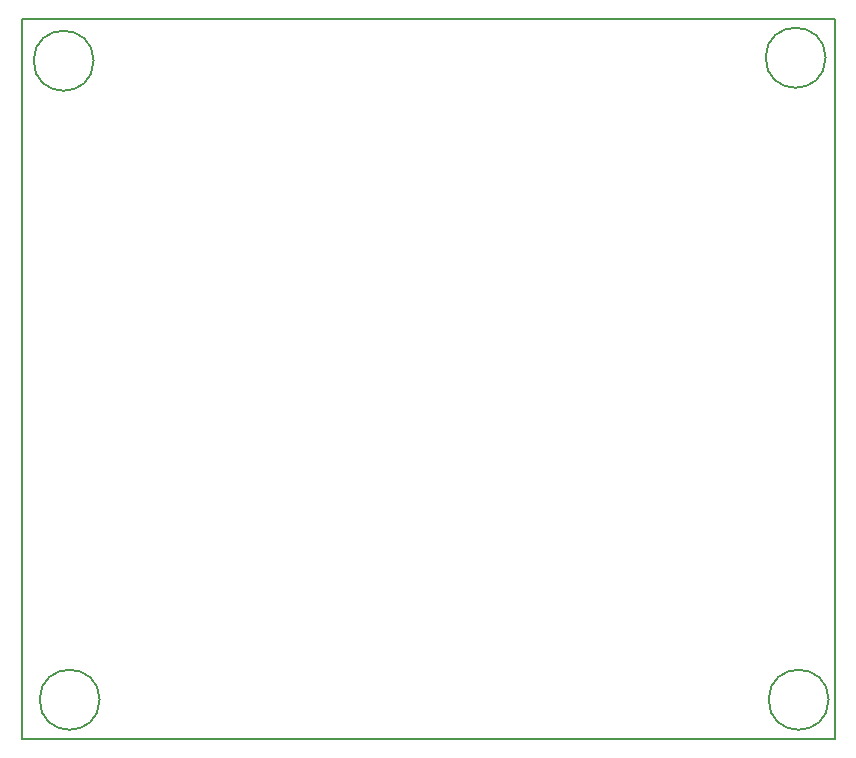
<source format=gbr>
%TF.GenerationSoftware,KiCad,Pcbnew,7.0.10*%
%TF.CreationDate,2024-03-02T18:49:49+09:00*%
%TF.ProjectId,STM32F103x8,53544d33-3246-4313-9033-78382e6b6963,rev?*%
%TF.SameCoordinates,Original*%
%TF.FileFunction,Profile,NP*%
%FSLAX46Y46*%
G04 Gerber Fmt 4.6, Leading zero omitted, Abs format (unit mm)*
G04 Created by KiCad (PCBNEW 7.0.10) date 2024-03-02 18:49:49*
%MOMM*%
%LPD*%
G01*
G04 APERTURE LIST*
%TA.AperFunction,Profile*%
%ADD10C,0.200000*%
%TD*%
G04 APERTURE END LIST*
D10*
X123190000Y-103378000D02*
G75*
G03*
X118110000Y-103378000I-2540000J0D01*
G01*
X118110000Y-103378000D02*
G75*
G03*
X123190000Y-103378000I2540000J0D01*
G01*
X184912000Y-103378000D02*
G75*
G03*
X179832000Y-103378000I-2540000J0D01*
G01*
X179832000Y-103378000D02*
G75*
G03*
X184912000Y-103378000I2540000J0D01*
G01*
X122682000Y-49276000D02*
G75*
G03*
X117602000Y-49276000I-2540000J0D01*
G01*
X117602000Y-49276000D02*
G75*
G03*
X122682000Y-49276000I2540000J0D01*
G01*
X116586000Y-45720000D02*
X185420000Y-45720000D01*
X185420000Y-106680000D01*
X116586000Y-106680000D01*
X116586000Y-45720000D01*
X184658000Y-49022000D02*
G75*
G03*
X179578000Y-49022000I-2540000J0D01*
G01*
X179578000Y-49022000D02*
G75*
G03*
X184658000Y-49022000I2540000J0D01*
G01*
M02*

</source>
